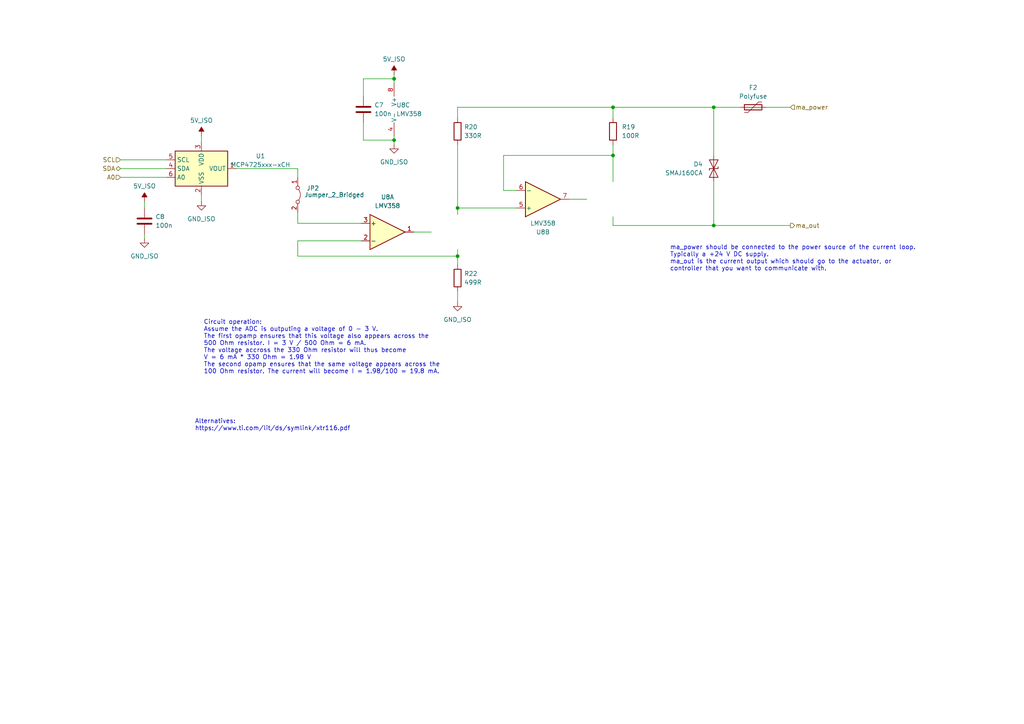
<source format=kicad_sch>
(kicad_sch (version 20230121) (generator eeschema)
  (paper "A4")
  (title_block (title "Arduino 2-20 mA shield") (date "2024-02-24") (rev "0.1") (company "Switchcraft AS") (comment 1 "Author: Eirik Haustveit"))
  (lib_symbols
    (symbol "Amplifier_Operational:LMV358" (pin_names (offset 0.127))
      (property "Reference" "U" (at 0 5.08 0))
      (property "Value" "LMV358" (at 0 -5.08 0))
      (symbol "LMV358_1_1"
        (polyline (pts (xy -5.08 5.08) (xy 5.08 0) (xy -5.08 -5.08) (xy -5.08 5.08)) (stroke (width 0.254)) (fill (type background)))
        (pin output line (at 7.62 0 180) (length 2.54) (name "~") (number "1"))
        (pin input line (at -7.62 -2.54 0) (length 2.54) (name "-") (number "2"))
        (pin input line (at -7.62 2.54 0) (length 2.54) (name "+") (number "3"))
      )
      (symbol "LMV358_2_1"
        (polyline (pts (xy -5.08 5.08) (xy 5.08 0) (xy -5.08 -5.08) (xy -5.08 5.08)) (stroke (width 0.254)) (fill (type background)))
        (pin input line (at -7.62 2.54 0) (length 2.54) (name "+") (number "5"))
        (pin input line (at -7.62 -2.54 0) (length 2.54) (name "-") (number "6"))
        (pin output line (at 7.62 0 180) (length 2.54) (name "~") (number "7"))
      )
      (symbol "LMV358_3_1"
        (pin power_in line (at -2.54 -7.62 90) (length 3.81) (name "V-") (number "4"))
        (pin power_in line (at -2.54 7.62 270) (length 3.81) (name "V+") (number "8"))
      )
    )
    (symbol "Analog_DAC:MCP4725xxx-xCH"
      (property "Reference" "U" (at -6.35 6.35 0))
      (property "Value" "MCP4725xxx-xCH" (at 8.89 6.35 0))
      (symbol "MCP4725xxx-xCH_0_1"
        (rectangle (start -7.62 5.08) (end 7.62 -5.08) (stroke (width 0.254)) (fill (type background)))
      )
      (symbol "MCP4725xxx-xCH_1_1"
        (pin output line (at 10.16 0 180) (length 2.54) (name "VOUT") (number "1"))
        (pin power_in line (at 0 -7.62 90) (length 2.54) (name "VSS") (number "2"))
        (pin power_in line (at 0 7.62 270) (length 2.54) (name "VDD") (number "3"))
        (pin bidirectional line (at -10.16 0 0) (length 2.54) (name "SDA") (number "4"))
        (pin input line (at -10.16 2.54 0) (length 2.54) (name "SCL") (number "5"))
        (pin input line (at -10.16 -2.54 0) (length 2.54) (name "A0") (number "6"))
      )
    )
    (symbol "Device:C" (pin_numbers hide) (pin_names (offset 0.254))
      (property "Reference" "C" (at 0.635 2.54 0))
      (property "Value" "C" (at 0.635 -2.54 0))
      (symbol "C_0_1"
        (polyline (pts (xy -2.032 -0.762) (xy 2.032 -0.762)) (stroke (width 0.508)))
        (polyline (pts (xy -2.032 0.762) (xy 2.032 0.762)) (stroke (width 0.508)))
      )
      (symbol "C_1_1"
        (pin passive line (at 0 3.81 270) (length 2.794) (name "~") (number "1"))
        (pin passive line (at 0 -3.81 90) (length 2.794) (name "~") (number "2"))
      )
    )
    (symbol "Device:Polyfuse" (pin_numbers hide) (pin_names (offset 0))
      (property "Reference" "F" (at -2.54 0 90))
      (property "Value" "Polyfuse" (at 2.54 0 90))
      (symbol "Polyfuse_0_1"
        (rectangle (start -0.762 2.54) (end 0.762 -2.54) (stroke (width 0.254)))
        (polyline (pts (xy 0 2.54) (xy 0 -2.54)))
        (polyline (pts (xy -1.524 2.54) (xy -1.524 1.524) (xy 1.524 -1.524) (xy 1.524 -2.54)))
      )
      (symbol "Polyfuse_1_1"
        (pin passive line (at 0 3.81 270) (length 1.27) (name "~") (number "1"))
        (pin passive line (at 0 -3.81 90) (length 1.27) (name "~") (number "2"))
      )
    )
    (symbol "Device:R" (pin_numbers hide) (pin_names (offset 0))
      (property "Reference" "R" (at 2.032 0 90))
      (property "Value" "R" (at 0 0 90))
      (symbol "R_0_1"
        (rectangle (start -1.016 -2.54) (end 1.016 2.54) (stroke (width 0.254)))
      )
      (symbol "R_1_1"
        (pin passive line (at 0 3.81 270) (length 1.27) (name "~") (number "1"))
        (pin passive line (at 0 -3.81 90) (length 1.27) (name "~") (number "2"))
      )
    )
    (symbol "Diode:SMAJ160CA" (pin_numbers hide) (pin_names (offset 1.016) hide)
      (property "Reference" "D" (at 0 2.54 0))
      (property "Value" "SMAJ160CA" (at 0 -2.54 0))
      (symbol "SMAJ160CA_0_1"
        (polyline (pts (xy 1.27 0) (xy -1.27 0)))
        (polyline (pts (xy -2.54 -1.27) (xy 0 0) (xy -2.54 1.27) (xy -2.54 -1.27)) (stroke (width 0.2032)))
        (polyline (pts (xy 0.508 1.27) (xy 0 1.27) (xy 0 -1.27) (xy -0.508 -1.27)) (stroke (width 0.2032)))
        (polyline (pts (xy 2.54 1.27) (xy 2.54 -1.27) (xy 0 0) (xy 2.54 1.27)) (stroke (width 0.2032)))
      )
      (symbol "SMAJ160CA_1_1"
        (pin passive line (at -3.81 0 0) (length 2.54) (name "A1") (number "1"))
        (pin passive line (at 3.81 0 180) (length 2.54) (name "A2") (number "2"))
      )
    )
    (symbol "Jumper:Jumper_2_Bridged" (pin_names (offset 0) hide)
      (property "Reference" "JP" (at 0 1.905 0))
      (property "Value" "Jumper_2_Bridged" (at 0 -2.54 0))
      (symbol "Jumper_2_Bridged_0_0"
        (circle (center -2.032 0) (radius 0.508))
        (circle (center 2.032 0) (radius 0.508))
      )
      (symbol "Jumper_2_Bridged_0_1"
        (arc (start 1.524 0.254) (mid 0 0.762) (end -1.524 0.254))
      )
      (symbol "Jumper_2_Bridged_1_1"
        (pin passive line (at -5.08 0 0) (length 2.54) (name "A") (number "1"))
        (pin passive line (at 5.08 0 180) (length 2.54) (name "B") (number "2"))
      )
    )
    (symbol "custom_symbols:5V_ISO" (power) (pin_names (offset 0))
      (property "Value" "5V_ISO" (at 0 3.81 0))
      (symbol "5V_ISO_0_1"
        (polyline (pts (xy 0 0) (xy 0 1.27) (xy 0.762 1.27) (xy 0 2.54) (xy -0.762 1.27) (xy 0 1.27)) (fill (type outline)))
      )
      (symbol "5V_ISO_1_0"
        (pin power_in line (at 0 0 90) (length 0) hide (name "5V_ISO") (number "1"))
      )
    )
    (symbol "custom_symbols:GND_ISO" (power) (pin_names (offset 0))
      (property "Value" "GND_ISO" (at 0 -3.81 0))
      (symbol "GND_ISO_0_1"
        (polyline (pts (xy 0 0) (xy 0 -1.27) (xy 1.27 -1.27) (xy 0 -2.54) (xy -1.27 -1.27) (xy 0 -1.27)))
      )
      (symbol "GND_ISO_1_1"
        (pin power_in line (at 0 0 270) (length 0) hide (name "GND_ISO") (number "1"))
      )
    )
  )
  (junction (at 132.715 74.295))
  (junction (at 207.01 65.405))
  (junction (at 114.3 40.64))
  (junction (at 207.01 31.115))
  (junction (at 114.3 22.86))
  (junction (at 177.8 45.085))
  (junction (at 177.8 31.115))
  (junction (at 132.715 60.325))
  (wire (pts (xy 207.01 52.705) (xy 207.01 65.405)))
  (wire (pts (xy 132.715 74.295) (xy 132.715 76.835)))
  (wire (pts (xy 41.91 67.945) (xy 41.91 69.215)))
  (wire (pts (xy 207.01 31.115) (xy 207.01 45.085)))
  (wire (pts (xy 58.42 56.515) (xy 58.42 58.42)))
  (wire (pts (xy 86.36 48.895) (xy 86.36 51.435)))
  (wire (pts (xy 146.05 55.245) (xy 146.05 45.085)))
  (wire (pts (xy 105.41 40.64) (xy 114.3 40.64)))
  (wire (pts (xy 114.3 21.59) (xy 114.3 22.86)))
  (wire (pts (xy 104.775 69.85) (xy 86.36 69.85)))
  (wire (pts (xy 132.715 72.39) (xy 132.715 74.295)))
  (wire (pts (xy 165.1 57.785) (xy 170.18 57.785)))
  (wire (pts (xy 86.36 61.595) (xy 86.36 64.77)))
  (wire (pts (xy 214.63 31.115) (xy 207.01 31.115)))
  (wire (pts (xy 177.8 41.91) (xy 177.8 45.085)))
  (wire (pts (xy 86.36 69.85) (xy 86.36 74.295)))
  (wire (pts (xy 120.015 67.31) (xy 125.095 67.31)))
  (wire (pts (xy 132.715 60.325) (xy 132.715 62.23)))
  (wire (pts (xy 132.715 31.115) (xy 177.8 31.115)))
  (wire (pts (xy 86.36 64.77) (xy 104.775 64.77)))
  (wire (pts (xy 146.05 45.085) (xy 177.8 45.085)))
  (wire (pts (xy 207.01 65.405) (xy 177.8 65.405)))
  (wire (pts (xy 222.25 31.115) (xy 229.235 31.115)))
  (wire (pts (xy 132.715 41.91) (xy 132.715 60.325)))
  (wire (pts (xy 114.3 39.37) (xy 114.3 40.64)))
  (wire (pts (xy 207.01 31.115) (xy 177.8 31.115)))
  (wire (pts (xy 34.925 46.355) (xy 48.26 46.355)))
  (wire (pts (xy 132.715 34.29) (xy 132.715 31.115)))
  (wire (pts (xy 132.715 60.325) (xy 149.86 60.325)))
  (wire (pts (xy 177.8 31.115) (xy 177.8 34.29)))
  (wire (pts (xy 34.925 48.895) (xy 48.26 48.895)))
  (wire (pts (xy 86.36 74.295) (xy 132.715 74.295)))
  (wire (pts (xy 41.91 58.42) (xy 41.91 60.325)))
  (wire (pts (xy 132.715 84.455) (xy 132.715 87.63)))
  (wire (pts (xy 68.58 48.895) (xy 86.36 48.895)))
  (wire (pts (xy 105.41 27.94) (xy 105.41 22.86)))
  (wire (pts (xy 105.41 22.86) (xy 114.3 22.86)))
  (wire (pts (xy 34.925 51.435) (xy 48.26 51.435)))
  (wire (pts (xy 177.8 45.085) (xy 177.8 52.705)))
  (wire (pts (xy 229.235 65.405) (xy 207.01 65.405)))
  (wire (pts (xy 177.8 65.405) (xy 177.8 62.865)))
  (wire (pts (xy 58.42 39.37) (xy 58.42 41.275)))
  (wire (pts (xy 114.3 22.86) (xy 114.3 24.13)))
  (wire (pts (xy 105.41 35.56) (xy 105.41 40.64)))
  (wire (pts (xy 146.05 55.245) (xy 149.86 55.245)))
  (wire (pts (xy 114.3 40.64) (xy 114.3 41.91)))
  (text "Circuit operation:\nAssume the ADC is outputing a voltage of 0 - 3 V.\nThe first opamp ensures that this voltage also appears across the\n500 Ohm resistor. I = 3 V / 500 Ohm = 6 mA.\nThe voltage accross the 330 Ohm resistor will thus become\nV = 6 mA * 330 Ohm = 1.98 V\nThe second opamp ensures that the same voltage appears across the\n100 Ohm resistor. The current will become I = 1.98/100 = 19.8 mA." (at 59.055 108.585 0) (effects (font (size 1.27 1.27)) (justify left bottom)))
  (text "ma_power should be connected to the power source of the current loop.\nTypically a +24 V DC supply.\nma_out is the current output which should go to the actuator, or\ncontroller that you want to communicate with." (at 194.31 78.74 0) (effects (font (size 1.27 1.27)) (justify left bottom)))
  (text "Alternatives:\nhttps://www.ti.com/lit/ds/symlink/xtr116.pdf" (at 56.515 125.095 0) (effects (font (size 1.27 1.27)) (justify left bottom)))
  (hierarchical_label "SDA" (shape bidirectional) (at 34.925 48.895 180))
  (hierarchical_label "A0" (shape input) (at 34.925 51.435 180))
  (hierarchical_label "ma_out" (shape output) (at 229.235 65.405 0))
  (hierarchical_label "SCL" (shape input) (at 34.925 46.355 180))
  (hierarchical_label "ma_power" (shape input) (at 229.235 31.115 0))
  (symbol (lib_id "Amplifier_Operational:LMV358") (at 157.48 57.785 0) (mirror x) (unit 2)
    (property "Reference" "U8" (at 157.48 67.31 0))
    (property "Value" "LMV358" (at 157.48 64.77 0))
    (property "Datasheet" "http://www.ti.com/lit/ds/symlink/lmv324.pdf" (effects hide))
    (instances (project "analog-arduino-shield" (path "" (reference "U8") (unit 2)) (path "" (reference "U7") (unit 2))))
  )
  (symbol (lib_id "Device:C") (at 105.41 31.75 0) (unit 1)
    (property "Reference" "C7" (at 108.585 30.48 0) (effects (justify left)))
    (property "Value" "100n" (at 108.585 33.02 0) (effects (justify left)))
    (instances (project "analog-arduino-shield" (path "" (reference "C7") (unit 1)) (path "" (reference "C6") (unit 1))))
  )
  (symbol (lib_id "custom_symbols:GND_ISO") (at 132.715 87.63 0) (unit 1)
    (property "Reference" "#PWR033" (effects hide))
    (property "Value" "GND_ISO" (at 132.715 92.71 0))
    (instances (project "analog-arduino-shield" (path "" (reference "#PWR033") (unit 1)) (path "" (reference "#PWR032") (unit 1))))
  )
  (symbol (lib_id "custom_symbols:GND_ISO") (at 41.91 69.215 0) (unit 1)
    (property "Reference" "#PWR044" (effects hide))
    (property "Value" "GND_ISO" (at 41.91 74.295 0))
    (instances (project "analog-arduino-shield" (path "" (reference "#PWR044") (unit 1)) (path "" (reference "#PWR045") (unit 1))))
  )
  (symbol (lib_id "Analog_DAC:MCP4725xxx-xCH") (at 58.42 48.895 0) (unit 1)
    (property "Reference" "U1" (at 75.565 45.2471 0))
    (property "Value" "MCP4725xxx-xCH" (at 75.565 47.7871 0))
    (property "Footprint" "Package_TO_SOT_SMD:SOT-23-6" (effects hide))
    (property "Datasheet" "http://ww1.microchip.com/downloads/en/DeviceDoc/22039d.pdf" (effects hide))
  )
  (symbol (lib_id "Amplifier_Operational:LMV358") (at 116.84 31.75 0) (unit 3)
    (property "Reference" "U8" (at 114.935 30.48 0) (effects (justify left)))
    (property "Value" "LMV358" (at 114.935 33.02 0) (effects (justify left)))
    (property "Datasheet" "http://www.ti.com/lit/ds/symlink/lmv324.pdf" (effects hide))
    (instances (project "analog-arduino-shield" (path "" (reference "U8") (unit 3)) (path "" (reference "U7") (unit 3))))
  )
  (symbol (lib_id "Diode:SMAJ160CA") (at 207.01 48.895 90) (mirror x) (unit 1)
    (property "Reference" "D4" (at 203.835 47.625 90) (effects (justify left)))
    (property "Value" "SMAJ160CA" (at 203.835 50.165 90) (effects (justify left)))
    (property "Footprint" "Diode_SMD:D_SMA" (effects hide))
    (property "Datasheet" "https://www.littelfuse.com/media?resourcetype=datasheets&itemid=75e32973-b177-4ee3-a0ff-cedaf1abdb93&filename=smaj-datasheet" (effects hide))
    (instances (project "analog-arduino-shield" (path "" (reference "D4") (unit 1)) (path "" (reference "D5") (unit 1))))
  )
  (symbol (lib_id "custom_symbols:5V_ISO") (at 114.3 21.59 0) (unit 1)
    (property "Reference" "#PWR037" (effects hide))
    (property "Value" "5V_ISO" (at 114.3 17.145 0))
    (instances (project "analog-arduino-shield" (path "" (reference "#PWR037") (unit 1)) (path "" (reference "#PWR036") (unit 1))))
  )
  (symbol (lib_id "Device:R") (at 132.715 80.645 0) (unit 1)
    (property "Reference" "R22" (at 134.62 79.375 0) (effects (justify left)))
    (property "Value" "499R" (at 134.62 81.915 0) (effects (justify left)))
    (instances (project "analog-arduino-shield" (path "" (reference "R22") (unit 1)) (path "" (reference "R23") (unit 1))))
  )
  (symbol (lib_id "custom_symbols:GND_ISO") (at 58.42 58.42 0) (unit 1)
    (property "Reference" "#PWR040" (effects hide))
    (property "Value" "GND_ISO" (at 58.42 63.5 0))
    (instances (project "analog-arduino-shield" (path "" (reference "#PWR040") (unit 1)) (path "" (reference "#PWR041") (unit 1))))
  )
  (symbol (lib_id "custom_symbols:5V_ISO") (at 58.42 39.37 0) (unit 1)
    (property "Reference" "#PWR038" (effects hide))
    (property "Value" "5V_ISO" (at 58.42 34.925 0))
    (instances (project "analog-arduino-shield" (path "" (reference "#PWR038") (unit 1)) (path "" (reference "#PWR039") (unit 1))))
  )
  (symbol (lib_id "Device:R") (at 132.715 38.1 0) (unit 1)
    (property "Reference" "R20" (at 134.62 36.83 0) (effects (justify left)))
    (property "Value" "330R" (at 134.62 39.37 0) (effects (justify left)))
    (instances (project "analog-arduino-shield" (path "" (reference "R20") (unit 1)) (path "" (reference "R21") (unit 1))))
  )
  (symbol (lib_id "custom_symbols:5V_ISO") (at 41.91 58.42 0) (unit 1)
    (property "Reference" "#PWR042" (effects hide))
    (property "Value" "5V_ISO" (at 41.91 53.975 0))
    (instances (project "analog-arduino-shield" (path "" (reference "#PWR042") (unit 1)) (path "" (reference "#PWR043") (unit 1))))
  )
  (symbol (lib_id "custom_symbols:GND_ISO") (at 114.3 41.91 0) (unit 1)
    (property "Reference" "#PWR034" (effects hide))
    (property "Value" "GND_ISO" (at 114.3 46.99 0))
    (instances (project "analog-arduino-shield" (path "" (reference "#PWR034") (unit 1)) (path "" (reference "#PWR035") (unit 1))))
  )
  (symbol (lib_id "Device:C") (at 41.91 64.135 0) (unit 1)
    (property "Reference" "C8" (at 45.085 62.865 0) (effects (justify left)))
    (property "Value" "100n" (at 45.085 65.405 0) (effects (justify left)))
    (instances (project "analog-arduino-shield" (path "" (reference "C8") (unit 1)) (path "" (reference "C9") (unit 1))))
  )
  (symbol (lib_id "Amplifier_Operational:LMV358") (at 112.395 67.31 0) (unit 1)
    (property "Reference" "U8" (at 112.395 57.15 0))
    (property "Value" "LMV358" (at 112.395 59.69 0))
    (property "Datasheet" "http://www.ti.com/lit/ds/symlink/lmv324.pdf" (effects hide))
    (instances (project "analog-arduino-shield" (path "" (reference "U8") (unit 1)) (path "" (reference "U7") (unit 1))))
  )
  (symbol (lib_id "Device:Polyfuse") (at 218.44 31.115 90) (unit 1)
    (property "Reference" "F2" (at 218.44 25.4 90))
    (property "Value" "Polyfuse" (at 218.44 27.94 90))
    (instances (project "analog-arduino-shield" (path "" (reference "F2") (unit 1)) (path "" (reference "F1") (unit 1))))
  )
  (symbol (lib_id "Device:R") (at 177.8 38.1 0) (unit 1)
    (property "Reference" "R19" (at 180.34 36.83 0) (effects (justify left)))
    (property "Value" "100R" (at 180.34 39.37 0) (effects (justify left)))
    (instances (project "analog-arduino-shield" (path "" (reference "R19") (unit 1)) (path "" (reference "R18") (unit 1))))
  )
  (symbol (lib_id "Jumper:Jumper_2_Bridged") (at 86.36 56.515 270) (unit 1)
    (property "Reference" "JP2" (at 88.9 54.61 90) (effects (justify left)))
    (property "Value" "Jumper_2_Bridged" (at 88.265 56.515 90) (effects (justify left)))
    (instances (project "analog-arduino-shield" (path "" (reference "JP2") (unit 1)) (path "" (reference "JP1") (unit 1))))
  )
)
</source>
